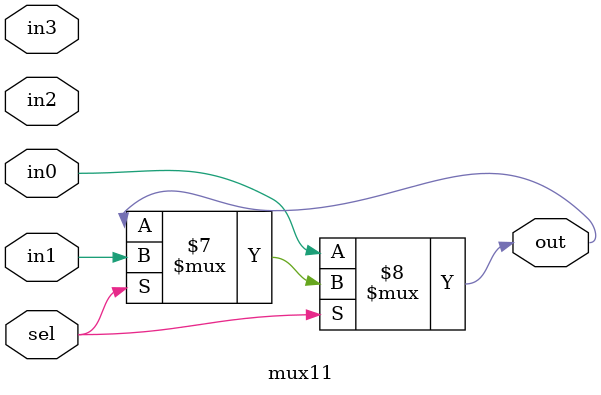
<source format=v>
module mux11 (input in0, in1,in2,in3, sel,
                    output out);

    assign out = (sel == 2'b00) ? in0 : (sel == 2'b01) ? in1 : (sel == 2'b10)  ? in2 : (sel == 2'b11) ? in3: out;

endmodule
</source>
